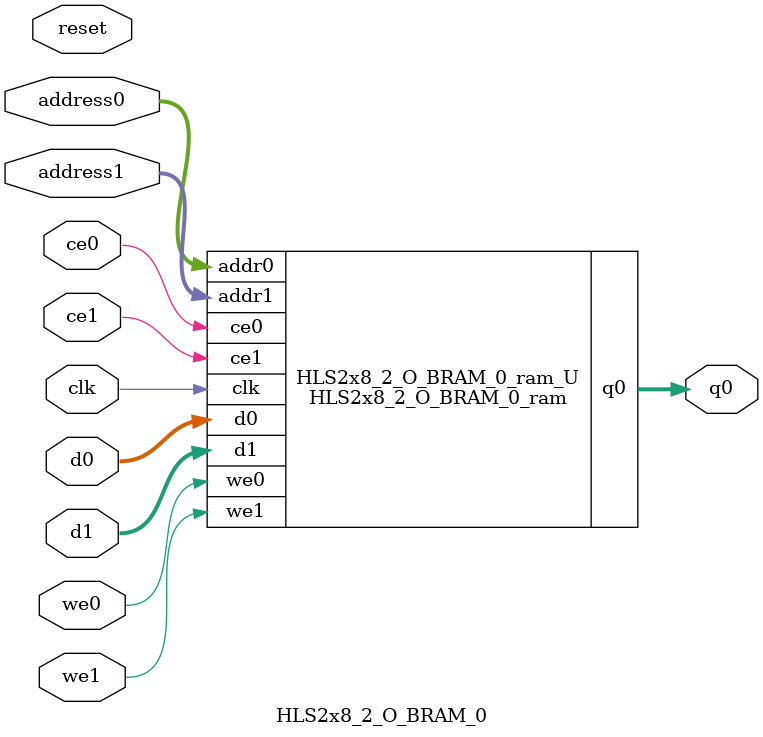
<source format=v>

`timescale 1 ns / 1 ps
module HLS2x8_2_O_BRAM_0_ram (addr0, ce0, d0, we0, q0, addr1, ce1, d1, we1,  clk);

parameter DWIDTH = 16;
parameter AWIDTH = 10;
parameter MEM_SIZE = 729;

input[AWIDTH-1:0] addr0;
input ce0;
input[DWIDTH-1:0] d0;
input we0;
output reg[DWIDTH-1:0] q0;
input[AWIDTH-1:0] addr1;
input ce1;
input[DWIDTH-1:0] d1;
input we1;
input clk;

(* ram_style = "block" *)reg [DWIDTH-1:0] ram[0:MEM_SIZE-1];




always @(posedge clk)  
begin 
    if (ce0) 
    begin
        if (we0) 
        begin 
            ram[addr0] <= d0; 
            q0 <= d0;
        end 
        else 
            q0 <= ram[addr0];
    end
end


always @(posedge clk)  
begin 
    if (ce1) 
    begin
        if (we1) 
        begin 
            ram[addr1] <= d1; 
        end 
    end
end


endmodule


`timescale 1 ns / 1 ps
module HLS2x8_2_O_BRAM_0(
    reset,
    clk,
    address0,
    ce0,
    we0,
    d0,
    q0,
    address1,
    ce1,
    we1,
    d1);

parameter DataWidth = 32'd16;
parameter AddressRange = 32'd729;
parameter AddressWidth = 32'd10;
input reset;
input clk;
input[AddressWidth - 1:0] address0;
input ce0;
input we0;
input[DataWidth - 1:0] d0;
output[DataWidth - 1:0] q0;
input[AddressWidth - 1:0] address1;
input ce1;
input we1;
input[DataWidth - 1:0] d1;



HLS2x8_2_O_BRAM_0_ram HLS2x8_2_O_BRAM_0_ram_U(
    .clk( clk ),
    .addr0( address0 ),
    .ce0( ce0 ),
    .d0( d0 ),
    .we0( we0 ),
    .q0( q0 ),
    .addr1( address1 ),
    .ce1( ce1 ),
    .d1( d1 ),
    .we1( we1 ));

endmodule


</source>
